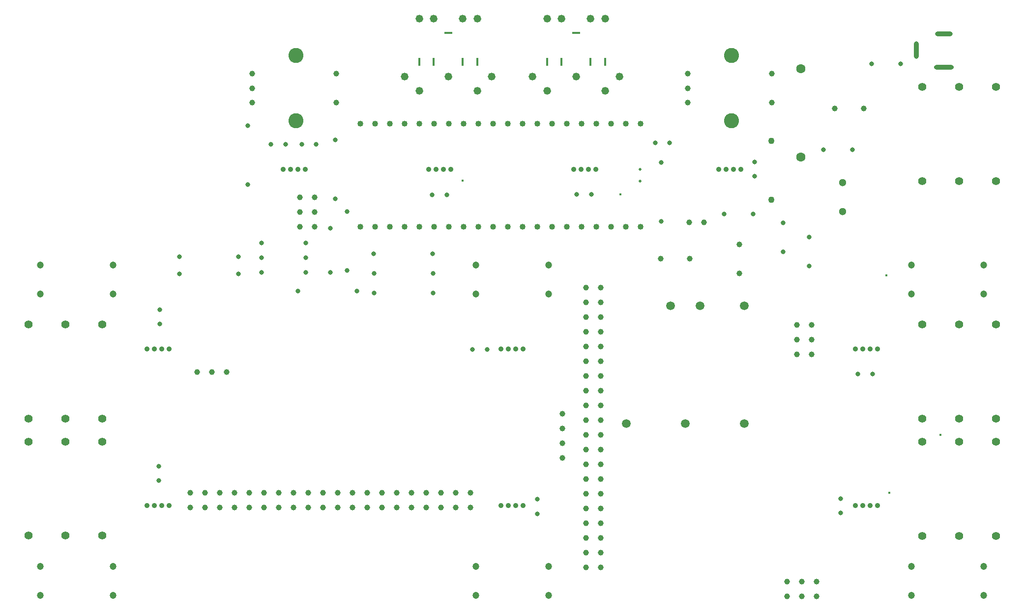
<source format=gbr>
%TF.GenerationSoftware,KiCad,Pcbnew,7.0.1.1-36-gbcf78dbe24-dirty-deb11*%
%TF.CreationDate,2023-04-24T19:27:53+00:00*%
%TF.ProjectId,pedalboard-hw,70656461-6c62-46f6-9172-642d68772e6b,2.0.0*%
%TF.SameCoordinates,Original*%
%TF.FileFunction,Plated,1,2,PTH,Mixed*%
%TF.FilePolarity,Positive*%
%FSLAX46Y46*%
G04 Gerber Fmt 4.6, Leading zero omitted, Abs format (unit mm)*
G04 Created by KiCad (PCBNEW 7.0.1.1-36-gbcf78dbe24-dirty-deb11) date 2023-04-24 19:27:53*
%MOMM*%
%LPD*%
G01*
G04 APERTURE LIST*
%TA.AperFunction,ViaDrill*%
%ADD10C,0.400000*%
%TD*%
G04 aperture for slot hole*
%TA.AperFunction,ComponentDrill*%
%ADD11O,0.400000X1.400000*%
%TD*%
G04 aperture for slot hole*
%TA.AperFunction,ComponentDrill*%
%ADD12O,1.400000X0.400000*%
%TD*%
%TA.AperFunction,ComponentDrill*%
%ADD13C,0.508000*%
%TD*%
%TA.AperFunction,ComponentDrill*%
%ADD14C,0.800000*%
%TD*%
G04 aperture for slot hole*
%TA.AperFunction,ComponentDrill*%
%ADD15O,0.800000X3.000000*%
%TD*%
G04 aperture for slot hole*
%TA.AperFunction,ComponentDrill*%
%ADD16O,3.000000X0.800000*%
%TD*%
G04 aperture for slot hole*
%TA.AperFunction,ComponentDrill*%
%ADD17O,3.400000X0.800000*%
%TD*%
%TA.AperFunction,ComponentDrill*%
%ADD18C,0.900000*%
%TD*%
%TA.AperFunction,ComponentDrill*%
%ADD19C,1.000000*%
%TD*%
%TA.AperFunction,ComponentDrill*%
%ADD20C,1.020000*%
%TD*%
%TA.AperFunction,ComponentDrill*%
%ADD21C,1.100000*%
%TD*%
%TA.AperFunction,ComponentDrill*%
%ADD22C,1.200000*%
%TD*%
%TA.AperFunction,ComponentDrill*%
%ADD23C,1.300000*%
%TD*%
%TA.AperFunction,ComponentDrill*%
%ADD24C,1.320800*%
%TD*%
%TA.AperFunction,ComponentDrill*%
%ADD25C,1.400000*%
%TD*%
%TA.AperFunction,ComponentDrill*%
%ADD26C,1.500000*%
%TD*%
%TA.AperFunction,ComponentDrill*%
%ADD27C,1.600000*%
%TD*%
%TA.AperFunction,ComponentDrill*%
%ADD28C,2.600000*%
%TD*%
G04 APERTURE END LIST*
D10*
X96500000Y-49950000D03*
X123650000Y-52324000D03*
X169468800Y-66294000D03*
X169976800Y-103784400D03*
X178800000Y-93800000D03*
D11*
%TO.C,J17*%
X89000000Y-29500000D03*
X91500000Y-29500000D03*
D12*
X94000000Y-24500000D03*
D11*
X96500000Y-29500000D03*
X99000000Y-29500000D03*
%TO.C,J16*%
X111000000Y-29500000D03*
X113500000Y-29500000D03*
D12*
X116000000Y-24500000D03*
D11*
X118500000Y-29500000D03*
X121000000Y-29500000D03*
D13*
%TO.C,J5*%
X127000000Y-48000000D03*
X127000000Y-50000000D03*
D14*
%TO.C,C9*%
X44155000Y-99200000D03*
X44155000Y-101700000D03*
%TO.C,C6*%
X44355000Y-72200000D03*
X44355000Y-74700000D03*
%TO.C,R3*%
X47695000Y-63050000D03*
%TO.C,R2*%
X47695000Y-66050000D03*
%TO.C,R3*%
X57855000Y-63050000D03*
%TO.C,R2*%
X57855000Y-66050000D03*
%TO.C,L3*%
X59500000Y-40445000D03*
X59500000Y-50605000D03*
%TO.C,U2*%
X61855000Y-60720000D03*
X61855000Y-63260000D03*
X61855000Y-65800000D03*
%TO.C,C1*%
X63475000Y-43700000D03*
X65975000Y-43700000D03*
%TO.C,R1*%
X68120000Y-68980000D03*
%TO.C,C2*%
X68750000Y-43675000D03*
%TO.C,U2*%
X69475000Y-60720000D03*
X69475000Y-63260000D03*
X69475000Y-65800000D03*
%TO.C,C2*%
X71250000Y-43675000D03*
%TO.C,D11*%
X73700000Y-58155000D03*
X73700000Y-65775000D03*
%TO.C,R5*%
X74575000Y-42945000D03*
X74575000Y-53105000D03*
%TO.C,L1*%
X76600000Y-55270000D03*
X76600000Y-65430000D03*
%TO.C,R1*%
X78280000Y-68980000D03*
%TO.C,L2*%
X81120000Y-62575000D03*
%TO.C,L4*%
X81190000Y-65980000D03*
%TO.C,R4*%
X81190000Y-69340000D03*
%TO.C,C3*%
X91250000Y-52400000D03*
%TO.C,L2*%
X91280000Y-62575000D03*
%TO.C,L4*%
X91350000Y-65980000D03*
%TO.C,R4*%
X91350000Y-69340000D03*
%TO.C,C3*%
X93750000Y-52400000D03*
%TO.C,C7*%
X98170000Y-79050000D03*
X100670000Y-79050000D03*
%TO.C,C10*%
X109310000Y-104930000D03*
X109310000Y-107430000D03*
%TO.C,C4*%
X116150000Y-52300000D03*
X118650000Y-52300000D03*
%TO.C,C12*%
X129650000Y-43470000D03*
%TO.C,L5*%
X130700000Y-46820000D03*
X130700000Y-56980000D03*
%TO.C,C12*%
X132150000Y-43470000D03*
%TO.C,C18*%
X141500000Y-55700000D03*
X146500000Y-55700000D03*
%TO.C,C5*%
X146800000Y-46700000D03*
X146800000Y-49200000D03*
%TO.C,C17*%
X151700000Y-57200000D03*
X151700000Y-62200000D03*
%TO.C,C19*%
X156200000Y-59700000D03*
X156200000Y-64700000D03*
%TO.C,C16*%
X158637600Y-44600000D03*
%TO.C,C11*%
X161620000Y-104800000D03*
X161620000Y-107300000D03*
%TO.C,C16*%
X163637600Y-44600000D03*
%TO.C,C8*%
X164570000Y-83300000D03*
%TO.C,F1*%
X166900000Y-29800000D03*
%TO.C,C8*%
X167070000Y-83300000D03*
%TO.C,F1*%
X171900000Y-29800000D03*
D15*
%TO.C,J13*%
X174600000Y-27400000D03*
D16*
X179400000Y-24600000D03*
D17*
X179400000Y-30400000D03*
D18*
%TO.C,D9*%
X42100000Y-79000000D03*
%TO.C,D10*%
X42100000Y-106000000D03*
%TO.C,D9*%
X43370000Y-79000000D03*
%TO.C,D10*%
X43370000Y-106000000D03*
%TO.C,D9*%
X44640000Y-79000000D03*
%TO.C,D10*%
X44640000Y-106000000D03*
%TO.C,D9*%
X45910000Y-79000000D03*
%TO.C,D10*%
X45910000Y-106000000D03*
%TO.C,D1*%
X65600000Y-48000000D03*
X66870000Y-48000000D03*
X68140000Y-48000000D03*
X69410000Y-48000000D03*
%TO.C,D2*%
X90600000Y-48000000D03*
X91870000Y-48000000D03*
X93140000Y-48000000D03*
X94410000Y-48000000D03*
%TO.C,D8*%
X103100000Y-79000000D03*
%TO.C,D7*%
X103100000Y-106000000D03*
%TO.C,D8*%
X104370000Y-79000000D03*
%TO.C,D7*%
X104370000Y-106000000D03*
%TO.C,D8*%
X105640000Y-79000000D03*
%TO.C,D7*%
X105640000Y-106000000D03*
%TO.C,D8*%
X106910000Y-79000000D03*
%TO.C,D7*%
X106910000Y-106000000D03*
%TO.C,D3*%
X115600000Y-48000000D03*
X116870000Y-48000000D03*
X118140000Y-48000000D03*
X119410000Y-48000000D03*
%TO.C,D4*%
X140600000Y-48000000D03*
X141870000Y-48000000D03*
X143140000Y-48000000D03*
X144410000Y-48000000D03*
%TO.C,D5*%
X164100000Y-79000000D03*
%TO.C,D6*%
X164100000Y-106000000D03*
%TO.C,D5*%
X165370000Y-79000000D03*
%TO.C,D6*%
X165370000Y-106000000D03*
%TO.C,D5*%
X166640000Y-79000000D03*
%TO.C,D6*%
X166640000Y-106000000D03*
%TO.C,D5*%
X167910000Y-79000000D03*
%TO.C,D6*%
X167910000Y-106000000D03*
D19*
%TO.C,J7*%
X49590000Y-103780000D03*
X49590000Y-106320000D03*
%TO.C,J4*%
X50785000Y-82962600D03*
%TO.C,J7*%
X52130000Y-103780000D03*
X52130000Y-106320000D03*
%TO.C,J4*%
X53325000Y-82962600D03*
%TO.C,J7*%
X54670000Y-103780000D03*
X54670000Y-106320000D03*
%TO.C,J4*%
X55865000Y-82962600D03*
%TO.C,J7*%
X57210000Y-103780000D03*
X57210000Y-106320000D03*
X59750000Y-103780000D03*
X59750000Y-106320000D03*
%TO.C,SW7*%
X60250000Y-31500000D03*
X60250000Y-34000000D03*
X60250000Y-36500000D03*
%TO.C,J7*%
X62290000Y-103780000D03*
X62290000Y-106320000D03*
X64830000Y-103780000D03*
X64830000Y-106320000D03*
X67370000Y-103780000D03*
X67370000Y-106320000D03*
%TO.C,J15*%
X68460000Y-52850000D03*
X68460000Y-55390000D03*
X68460000Y-57930000D03*
%TO.C,J7*%
X69910000Y-103780000D03*
X69910000Y-106320000D03*
%TO.C,J15*%
X71000000Y-52850000D03*
X71000000Y-55390000D03*
X71000000Y-57930000D03*
%TO.C,J7*%
X72450000Y-103780000D03*
X72450000Y-106320000D03*
%TO.C,SW7*%
X74750000Y-31500000D03*
X74750000Y-36500000D03*
%TO.C,J7*%
X74990000Y-103780000D03*
X74990000Y-106320000D03*
X77530000Y-103780000D03*
X77530000Y-106320000D03*
X80070000Y-103780000D03*
X80070000Y-106320000D03*
X82610000Y-103780000D03*
X82610000Y-106320000D03*
X85150000Y-103780000D03*
X85150000Y-106320000D03*
X87690000Y-103780000D03*
X87690000Y-106320000D03*
X90230000Y-103780000D03*
X90230000Y-106320000D03*
X92770000Y-103780000D03*
X92770000Y-106320000D03*
X95310000Y-103780000D03*
X95310000Y-106320000D03*
X97850000Y-103780000D03*
X97850000Y-106320000D03*
%TO.C,J6*%
X113625000Y-90160000D03*
X113625000Y-92700000D03*
X113625000Y-95240000D03*
X113625000Y-97780000D03*
%TO.C,J8*%
X117710000Y-68375600D03*
X117710000Y-70915600D03*
X117710000Y-73455600D03*
X117710000Y-75995600D03*
X117710000Y-78535600D03*
X117710000Y-81075600D03*
X117710000Y-83615600D03*
X117710000Y-86155600D03*
X117710000Y-88695600D03*
X117710000Y-91235600D03*
X117710000Y-93775600D03*
X117710000Y-96315600D03*
X117710000Y-98855600D03*
X117710000Y-101395600D03*
X117710000Y-103935600D03*
X117710000Y-106475600D03*
X117710000Y-109015600D03*
X117710000Y-111555600D03*
X117710000Y-114095600D03*
X117710000Y-116635600D03*
X120250000Y-68375600D03*
X120250000Y-70915600D03*
X120250000Y-73455600D03*
X120250000Y-75995600D03*
X120250000Y-78535600D03*
X120250000Y-81075600D03*
X120250000Y-83615600D03*
X120250000Y-86155600D03*
X120250000Y-88695600D03*
X120250000Y-91235600D03*
X120250000Y-93775600D03*
X120250000Y-96315600D03*
X120250000Y-98855600D03*
X120250000Y-101395600D03*
X120250000Y-103935600D03*
X120250000Y-106475600D03*
X120250000Y-109015600D03*
X120250000Y-111555600D03*
X120250000Y-114095600D03*
X120250000Y-116635600D03*
%TO.C,C15*%
X130600000Y-63400000D03*
%TO.C,SW8*%
X135250000Y-31500000D03*
X135250000Y-34000000D03*
X135250000Y-36500000D03*
%TO.C,J14*%
X135460000Y-57175000D03*
%TO.C,C15*%
X135600000Y-63400000D03*
%TO.C,J14*%
X138000000Y-57175000D03*
%TO.C,C14*%
X144100000Y-60932323D03*
X144100000Y-65932323D03*
%TO.C,SW8*%
X149750000Y-31500000D03*
X149750000Y-36500000D03*
%TO.C,J8*%
X152380000Y-119150600D03*
X152380000Y-121690600D03*
X154015000Y-74845600D03*
X154015000Y-77385600D03*
X154015000Y-79925600D03*
X154920000Y-119150600D03*
X154920000Y-121690600D03*
X156555000Y-74845600D03*
X156555000Y-77385600D03*
X156555000Y-79925600D03*
X157460000Y-119150600D03*
X157460000Y-121690600D03*
%TO.C,C13*%
X160532323Y-37500000D03*
X165532323Y-37500000D03*
D20*
%TO.C,U1*%
X78870000Y-40110000D03*
X78870000Y-57890000D03*
X81410000Y-40110000D03*
X81410000Y-57890000D03*
X83950000Y-40110000D03*
X83950000Y-57890000D03*
X86490000Y-40110000D03*
X86490000Y-57890000D03*
X89030000Y-40110000D03*
X89030000Y-57890000D03*
X91570000Y-40110000D03*
X91570000Y-57890000D03*
X94110000Y-40110000D03*
X94110000Y-57890000D03*
X96650000Y-40110000D03*
X96650000Y-57890000D03*
X99190000Y-40110000D03*
X99190000Y-57890000D03*
X101730000Y-40110000D03*
X101730000Y-57890000D03*
X104270000Y-40110000D03*
X104270000Y-57890000D03*
X106810000Y-40110000D03*
X106810000Y-57890000D03*
X109350000Y-40110000D03*
X109350000Y-57890000D03*
X111890000Y-40110000D03*
X111890000Y-57890000D03*
X114430000Y-40110000D03*
X114430000Y-57890000D03*
X116970000Y-40110000D03*
X116970000Y-57890000D03*
X119510000Y-40110000D03*
X119510000Y-57890000D03*
X122050000Y-40110000D03*
X122050000Y-57890000D03*
X124590000Y-40110000D03*
X124590000Y-57890000D03*
X127130000Y-40110000D03*
X127130000Y-57890000D03*
D21*
%TO.C,D13*%
X149606000Y-43078400D03*
X149606000Y-53238400D03*
D22*
%TO.C,SW1*%
X23750000Y-64500000D03*
X23750000Y-69500000D03*
%TO.C,SW4*%
X23750000Y-116500000D03*
X23750000Y-121500000D03*
%TO.C,SW1*%
X36250000Y-64500000D03*
X36250000Y-69500000D03*
%TO.C,SW4*%
X36250000Y-116500000D03*
X36250000Y-121500000D03*
%TO.C,SW2*%
X98750000Y-64500000D03*
X98750000Y-69500000D03*
%TO.C,SW5*%
X98750000Y-116500000D03*
X98750000Y-121500000D03*
%TO.C,SW2*%
X111250000Y-64500000D03*
X111250000Y-69500000D03*
%TO.C,SW5*%
X111250000Y-116500000D03*
X111250000Y-121500000D03*
%TO.C,SW3*%
X173750000Y-64500000D03*
X173750000Y-69500000D03*
%TO.C,SW6*%
X173750000Y-116500000D03*
X173750000Y-121500000D03*
%TO.C,SW3*%
X186250000Y-64500000D03*
X186250000Y-69500000D03*
%TO.C,SW6*%
X186250000Y-116500000D03*
X186250000Y-121500000D03*
D23*
%TO.C,L6*%
X161900000Y-50300000D03*
X161900000Y-55300000D03*
D24*
%TO.C,J2*%
X86505500Y-32000000D03*
X89005500Y-22000000D03*
X89005500Y-34500000D03*
X91505500Y-22000000D03*
X94005500Y-32000000D03*
X96505500Y-22000000D03*
X99005500Y-22000000D03*
X99005500Y-34500000D03*
X101505500Y-32000000D03*
%TO.C,J1*%
X108500000Y-32000000D03*
X111000000Y-22000000D03*
X111000000Y-34500000D03*
X113500000Y-22000000D03*
X116000000Y-32000000D03*
X118500000Y-22000000D03*
X121000000Y-22000000D03*
X121000000Y-34500000D03*
X123500000Y-32000000D03*
D25*
%TO.C,J12*%
X21700000Y-94970000D03*
X21700000Y-111200000D03*
%TO.C,J11*%
X21735000Y-74770000D03*
X21735000Y-91000000D03*
%TO.C,J12*%
X28050000Y-94970000D03*
X28050000Y-111200000D03*
%TO.C,J11*%
X28085000Y-74770000D03*
X28085000Y-91000000D03*
%TO.C,J12*%
X34400000Y-94970000D03*
X34400000Y-111200000D03*
%TO.C,J11*%
X34435000Y-74770000D03*
X34435000Y-91000000D03*
%TO.C,J9*%
X175600000Y-74780000D03*
X175600000Y-91010000D03*
%TO.C,J10*%
X175600000Y-94995000D03*
X175600000Y-111225000D03*
%TO.C,J3*%
X175615000Y-33800000D03*
X175615000Y-50030000D03*
%TO.C,J9*%
X181950000Y-74780000D03*
X181950000Y-91010000D03*
%TO.C,J10*%
X181950000Y-94995000D03*
X181950000Y-111225000D03*
%TO.C,J3*%
X181965000Y-33800000D03*
X181965000Y-50030000D03*
%TO.C,J9*%
X188300000Y-74780000D03*
X188300000Y-91010000D03*
%TO.C,J10*%
X188300000Y-94995000D03*
X188300000Y-111225000D03*
%TO.C,J3*%
X188315000Y-33800000D03*
X188315000Y-50030000D03*
D26*
%TO.C,PS1*%
X124640000Y-91840000D03*
X132260000Y-71520000D03*
X134800000Y-91840000D03*
X137340000Y-71520000D03*
X144960000Y-71520000D03*
X144960000Y-91840000D03*
D27*
%TO.C,D12*%
X154700000Y-30660000D03*
X154700000Y-45900000D03*
D28*
%TO.C,SW7*%
X67750000Y-28400000D03*
X67750000Y-39600000D03*
%TO.C,SW8*%
X142750000Y-28400000D03*
X142750000Y-39600000D03*
M02*

</source>
